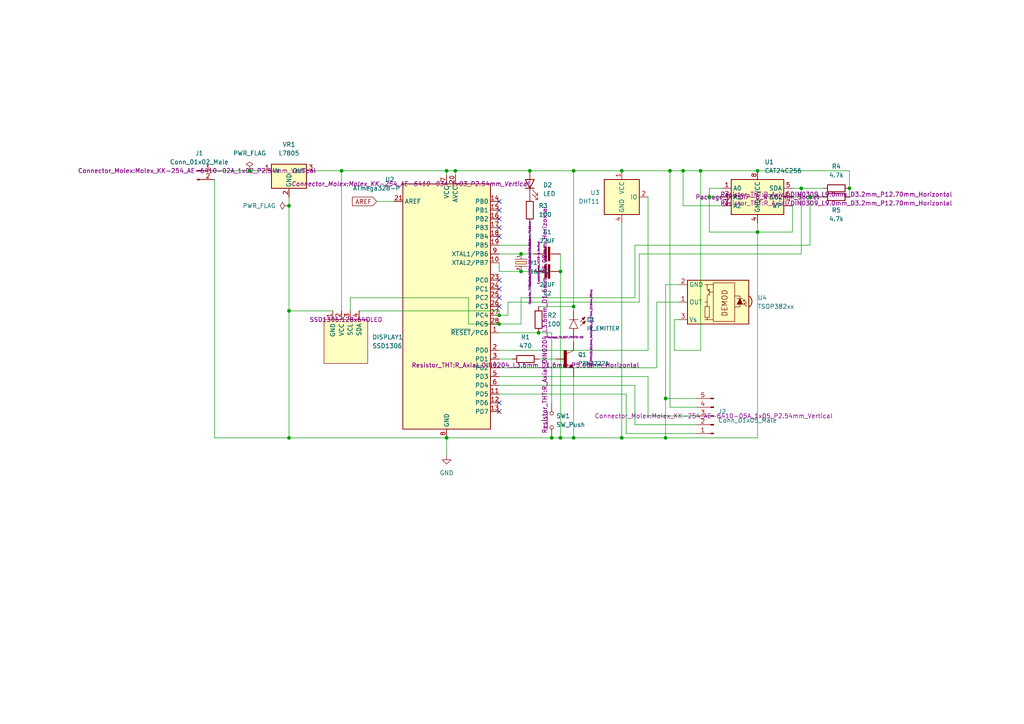
<source format=kicad_sch>
(kicad_sch (version 20211123) (generator eeschema)
  (paper "A4")
  (lib_symbols
    (symbol "Connector:Conn_01x02_Male" (pin_names (offset 1.016) hide)
      (property "Reference" "J" (at 0 2.54 0))
      (property "Value" "Conn_01x02_Male" (at 0 -5.08 0))
      (symbol "Conn_01x02_Male_1_1"
        (polyline (pts (xy 1.27 -2.54) (xy 0.8636 -2.54)) (stroke (width 0.1524)))
        (polyline (pts (xy 1.27 0) (xy 0.8636 0)) (stroke (width 0.1524)))
        (rectangle (start 0.8636 -2.413) (end 0 -2.667) (stroke (width 0.1524)) (fill (type outline)))
        (rectangle (start 0.8636 0.127) (end 0 -0.127) (stroke (width 0.1524)) (fill (type outline)))
        (pin passive line (at 5.08 0 180) (length 3.81) (name "Pin_1") (number "1"))
        (pin passive line (at 5.08 -2.54 180) (length 3.81) (name "Pin_2") (number "2"))
      )
    )
    (symbol "Connector:Conn_01x05_Male" (pin_names (offset 1.016) hide)
      (property "Reference" "J" (at 0 7.62 0))
      (property "Value" "Conn_01x05_Male" (at 0 -7.62 0))
      (symbol "Conn_01x05_Male_1_1"
        (polyline (pts (xy 1.27 -5.08) (xy 0.8636 -5.08)) (stroke (width 0.1524)))
        (polyline (pts (xy 1.27 -2.54) (xy 0.8636 -2.54)) (stroke (width 0.1524)))
        (polyline (pts (xy 1.27 0) (xy 0.8636 0)) (stroke (width 0.1524)))
        (polyline (pts (xy 1.27 2.54) (xy 0.8636 2.54)) (stroke (width 0.1524)))
        (polyline (pts (xy 1.27 5.08) (xy 0.8636 5.08)) (stroke (width 0.1524)))
        (rectangle (start 0.8636 -4.953) (end 0 -5.207) (stroke (width 0.1524)) (fill (type outline)))
        (rectangle (start 0.8636 -2.413) (end 0 -2.667) (stroke (width 0.1524)) (fill (type outline)))
        (rectangle (start 0.8636 0.127) (end 0 -0.127) (stroke (width 0.1524)) (fill (type outline)))
        (rectangle (start 0.8636 2.667) (end 0 2.413) (stroke (width 0.1524)) (fill (type outline)))
        (rectangle (start 0.8636 5.207) (end 0 4.953) (stroke (width 0.1524)) (fill (type outline)))
        (pin passive line (at 5.08 5.08 180) (length 3.81) (name "Pin_1") (number "1"))
        (pin passive line (at 5.08 2.54 180) (length 3.81) (name "Pin_2") (number "2"))
        (pin passive line (at 5.08 0 180) (length 3.81) (name "Pin_3") (number "3"))
        (pin passive line (at 5.08 -2.54 180) (length 3.81) (name "Pin_4") (number "4"))
        (pin passive line (at 5.08 -5.08 180) (length 3.81) (name "Pin_5") (number "5"))
      )
    )
    (symbol "Device:LED" (pin_numbers hide) (pin_names (offset 1.016) hide)
      (property "Reference" "D" (at 0 2.54 0))
      (property "Value" "LED" (at 0 -2.54 0))
      (symbol "LED_0_1"
        (polyline (pts (xy -1.27 -1.27) (xy -1.27 1.27)) (stroke (width 0.254)))
        (polyline (pts (xy -1.27 0) (xy 1.27 0)))
        (polyline (pts (xy 1.27 -1.27) (xy 1.27 1.27) (xy -1.27 0) (xy 1.27 -1.27)) (stroke (width 0.254)))
        (polyline (pts (xy -3.048 -0.762) (xy -4.572 -2.286) (xy -3.81 -2.286) (xy -4.572 -2.286) (xy -4.572 -1.524)))
        (polyline (pts (xy -1.778 -0.762) (xy -3.302 -2.286) (xy -2.54 -2.286) (xy -3.302 -2.286) (xy -3.302 -1.524)))
      )
      (symbol "LED_1_1"
        (pin passive line (at -3.81 0 0) (length 2.54) (name "K") (number "1"))
        (pin passive line (at 3.81 0 180) (length 2.54) (name "A") (number "2"))
      )
    )
    (symbol "Device:R" (pin_numbers hide) (pin_names (offset 0))
      (property "Reference" "R" (at 2.032 0 90))
      (property "Value" "R" (at 0 0 90))
      (symbol "R_0_1"
        (rectangle (start -1.016 -2.54) (end 1.016 2.54) (stroke (width 0.254)))
      )
      (symbol "R_1_1"
        (pin passive line (at 0 3.81 270) (length 1.27) (name "~") (number "1"))
        (pin passive line (at 0 -3.81 90) (length 1.27) (name "~") (number "2"))
      )
    )
    (symbol "Interface_Optical:TSOP382xx"
      (property "Reference" "U" (at -10.16 7.62 0))
      (property "Value" "TSOP382xx" (at -10.16 -7.62 0))
      (symbol "TSOP382xx_0_0"
        (arc (start -10.287 1.397) (mid -11.0899 -0.1852) (end -10.287 -1.778) (stroke (width 0.254)) (fill (type background)))
        (polyline (pts (xy 1.905 -5.08) (xy 0.127 -5.08)))
        (polyline (pts (xy 1.905 5.08) (xy 0.127 5.08)))
        (text "DEMOD" (at -3.175 0.254 900) (effects (font (size 1.524 1.524))))
      )
      (symbol "TSOP382xx_0_1"
        (rectangle (start -6.096 5.588) (end 0.127 -5.588))
        (polyline (pts (xy -8.763 0.381) (xy -9.652 1.27)))
        (polyline (pts (xy -8.763 0.381) (xy -9.271 0.381)))
        (polyline (pts (xy -8.763 0.381) (xy -8.763 0.889)))
        (polyline (pts (xy -8.636 -0.635) (xy -9.525 0.254)))
        (polyline (pts (xy -8.636 -0.635) (xy -9.144 -0.635)))
        (polyline (pts (xy -8.636 -0.635) (xy -8.636 -0.127)))
        (polyline (pts (xy -8.382 -1.016) (xy -6.731 -1.016)))
        (polyline (pts (xy 1.27 -2.921) (xy 0.127 -2.921)))
        (polyline (pts (xy 1.27 -1.905) (xy 1.27 -3.81)))
        (polyline (pts (xy 1.397 -3.556) (xy 1.524 -3.556)))
        (polyline (pts (xy 1.651 -3.556) (xy 1.524 -3.556)))
        (polyline (pts (xy 1.651 -3.556) (xy 1.651 -3.302)))
        (polyline (pts (xy 1.905 0) (xy 1.905 1.27)))
        (polyline (pts (xy 1.905 4.445) (xy 1.905 5.08) (xy 2.54 5.08)))
        (polyline (pts (xy -8.382 0.635) (xy -6.731 0.635) (xy -7.62 -1.016) (xy -8.382 0.635)) (fill (type outline)))
        (polyline (pts (xy -6.096 1.397) (xy -7.62 1.397) (xy -7.62 -1.778) (xy -6.096 -1.778)))
        (polyline (pts (xy 1.27 -3.175) (xy 1.905 -3.81) (xy 1.905 -5.08) (xy 2.54 -5.08)))
        (polyline (pts (xy 1.27 -2.54) (xy 1.905 -1.905) (xy 1.905 0) (xy 2.54 0)))
        (rectangle (start 2.54 1.27) (end 1.27 4.445))
        (rectangle (start 7.62 6.35) (end -10.16 -6.35) (stroke (width 0.254)) (fill (type background)))
      )
      (symbol "TSOP382xx_1_1"
        (pin output line (at 10.16 0 180) (length 2.54) (name "OUT") (number "1"))
        (pin power_in line (at 10.16 -5.08 180) (length 2.54) (name "GND") (number "2"))
        (pin power_in line (at 10.16 5.08 180) (length 2.54) (name "Vs") (number "3"))
      )
    )
    (symbol "MCU_Microchip_ATmega:ATmega328-P"
      (property "Reference" "U" (at -12.7 36.83 0))
      (property "Value" "ATmega328-P" (at 2.54 -36.83 0))
      (symbol "ATmega328-P_0_1"
        (rectangle (start -12.7 -35.56) (end 12.7 35.56) (stroke (width 0.254)) (fill (type background)))
      )
      (symbol "ATmega328-P_1_1"
        (pin bidirectional line (at 15.24 -7.62 180) (length 2.54) (name "~{RESET}/PC6") (number "1"))
        (pin bidirectional line (at 15.24 12.7 180) (length 2.54) (name "XTAL2/PB7") (number "10"))
        (pin bidirectional line (at 15.24 -25.4 180) (length 2.54) (name "PD5") (number "11"))
        (pin bidirectional line (at 15.24 -27.94 180) (length 2.54) (name "PD6") (number "12"))
        (pin bidirectional line (at 15.24 -30.48 180) (length 2.54) (name "PD7") (number "13"))
        (pin bidirectional line (at 15.24 30.48 180) (length 2.54) (name "PB0") (number "14"))
        (pin bidirectional line (at 15.24 27.94 180) (length 2.54) (name "PB1") (number "15"))
        (pin bidirectional line (at 15.24 25.4 180) (length 2.54) (name "PB2") (number "16"))
        (pin bidirectional line (at 15.24 22.86 180) (length 2.54) (name "PB3") (number "17"))
        (pin bidirectional line (at 15.24 20.32 180) (length 2.54) (name "PB4") (number "18"))
        (pin bidirectional line (at 15.24 17.78 180) (length 2.54) (name "PB5") (number "19"))
        (pin bidirectional line (at 15.24 -12.7 180) (length 2.54) (name "PD0") (number "2"))
        (pin power_in line (at 2.54 38.1 270) (length 2.54) (name "AVCC") (number "20"))
        (pin passive line (at -15.24 30.48 0) (length 2.54) (name "AREF") (number "21"))
        (pin passive line (at 0 -38.1 90) (length 2.54) hide (name "GND") (number "22"))
        (pin bidirectional line (at 15.24 7.62 180) (length 2.54) (name "PC0") (number "23"))
        (pin bidirectional line (at 15.24 5.08 180) (length 2.54) (name "PC1") (number "24"))
        (pin bidirectional line (at 15.24 2.54 180) (length 2.54) (name "PC2") (number "25"))
        (pin bidirectional line (at 15.24 0 180) (length 2.54) (name "PC3") (number "26"))
        (pin bidirectional line (at 15.24 -2.54 180) (length 2.54) (name "PC4") (number "27"))
        (pin bidirectional line (at 15.24 -5.08 180) (length 2.54) (name "PC5") (number "28"))
        (pin bidirectional line (at 15.24 -15.24 180) (length 2.54) (name "PD1") (number "3"))
        (pin bidirectional line (at 15.24 -17.78 180) (length 2.54) (name "PD2") (number "4"))
        (pin bidirectional line (at 15.24 -20.32 180) (length 2.54) (name "PD3") (number "5"))
        (pin bidirectional line (at 15.24 -22.86 180) (length 2.54) (name "PD4") (number "6"))
        (pin power_in line (at 0 38.1 270) (length 2.54) (name "VCC") (number "7"))
        (pin power_in line (at 0 -38.1 90) (length 2.54) (name "GND") (number "8"))
        (pin bidirectional line (at 15.24 15.24 180) (length 2.54) (name "XTAL1/PB6") (number "9"))
      )
    )
    (symbol "Memory_EEPROM:CAT24C256"
      (property "Reference" "U" (at -6.35 6.35 0))
      (property "Value" "CAT24C256" (at 1.27 6.35 0))
      (symbol "CAT24C256_1_1"
        (rectangle (start -7.62 5.08) (end 7.62 -5.08) (stroke (width 0.254)) (fill (type background)))
        (pin input line (at -10.16 2.54 0) (length 2.54) (name "A0") (number "1"))
        (pin input line (at -10.16 0 0) (length 2.54) (name "A1") (number "2"))
        (pin input line (at -10.16 -2.54 0) (length 2.54) (name "A2") (number "3"))
        (pin power_in line (at 0 -7.62 90) (length 2.54) (name "GND") (number "4"))
        (pin bidirectional line (at 10.16 2.54 180) (length 2.54) (name "SDA") (number "5"))
        (pin input line (at 10.16 0 180) (length 2.54) (name "SCL") (number "6"))
        (pin input line (at 10.16 -2.54 180) (length 2.54) (name "WP") (number "7"))
        (pin power_in line (at 0 7.62 270) (length 2.54) (name "VCC") (number "8"))
      )
    )
    (symbol "Regulator_Linear:L7805" (pin_names (offset 0.254))
      (property "Reference" "U" (at -3.81 3.175 0))
      (property "Value" "L7805" (at 0 3.175 0))
      (symbol "L7805_0_1"
        (rectangle (start -5.08 1.905) (end 5.08 -5.08) (stroke (width 0.254)) (fill (type background)))
      )
      (symbol "L7805_1_1"
        (pin power_in line (at -7.62 0 0) (length 2.54) (name "IN") (number "1"))
        (pin power_in line (at 0 -7.62 90) (length 2.54) (name "GND") (number "2"))
        (pin power_out line (at 7.62 0 180) (length 2.54) (name "OUT") (number "3"))
      )
    )
    (symbol "SSD1306-128x64_OLED:SSD1306" (pin_names (offset 1.016))
      (property "Reference" "Brd" (at 0 -3.81 0))
      (property "Value" "SSD1306" (at 0 -1.27 0))
      (symbol "SSD1306_0_1"
        (rectangle (start -6.35 6.35) (end 6.35 -6.35) (fill (type background)))
      )
      (symbol "SSD1306_1_1"
        (pin input line (at -3.81 8.89 270) (length 2.54) (name "GND") (number "1"))
        (pin input line (at -1.27 8.89 270) (length 2.54) (name "VCC") (number "2"))
        (pin input line (at 1.27 8.89 270) (length 2.54) (name "SCL") (number "3"))
        (pin input line (at 3.81 8.89 270) (length 2.54) (name "SDA") (number "4"))
      )
    )
    (symbol "Sensor:DHT11"
      (property "Reference" "U" (at -3.81 6.35 0))
      (property "Value" "DHT11" (at 3.81 6.35 0))
      (symbol "DHT11_0_1"
        (rectangle (start -5.08 5.08) (end 5.08 -5.08) (stroke (width 0.254)) (fill (type background)))
      )
      (symbol "DHT11_1_1"
        (pin power_in line (at 0 7.62 270) (length 2.54) (name "VCC") (number "1"))
        (pin bidirectional line (at 7.62 0 180) (length 2.54) (name "IO") (number "2"))
        (pin no_connect line (at -5.08 0 0) (length 2.54) hide (name "NC") (number "3"))
        (pin power_in line (at 0 -7.62 90) (length 2.54) (name "GND") (number "4"))
      )
    )
    (symbol "SparkFun-Capacitors:22UF-0805-6.3V-20%" (pin_numbers hide) (pin_names (offset 1.016) hide)
      (property "Reference" "C" (at 1.524 2.921 0))
      (property "Value" "22UF-0805-6.3V-20%" (at 1.524 -2.159 0))
      (property "Field4" "CAP-08402" (at 0 7.62 0))
      (symbol "22UF-0805-6.3V-20%_1_0"
        (polyline (pts (xy 0 0) (xy 0 0.508)))
        (polyline (pts (xy 0 2.54) (xy 0 2.032)))
      )
      (symbol "22UF-0805-6.3V-20%_1_1"
        (rectangle (start -2.032 0.508) (end 2.032 1.016) (fill (type outline)))
        (rectangle (start -2.032 1.524) (end 2.032 2.032) (fill (type outline)))
        (pin passive line (at 0 5.08 270) (length 2.54) (name "1") (number "1"))
        (pin passive line (at 0 -2.54 90) (length 2.54) (name "2") (number "2"))
      )
    )
    (symbol "SparkFun-Clocks:CRYSTAL-16MHZPTH-HC49US" (pin_numbers hide) (pin_names (offset 1.016) hide)
      (property "Reference" "Y" (at 0 2.54 0))
      (property "Value" "CRYSTAL-16MHZPTH-HC49US" (at 0 -3.81 0))
      (property "Field4" "XTAL-08181" (at 0 6.35 0))
      (symbol "CRYSTAL-16MHZPTH-HC49US_1_0"
        (polyline (pts (xy -2.54 0) (xy -1.016 0)))
        (polyline (pts (xy -1.016 1.778) (xy -1.016 -1.778)))
        (polyline (pts (xy 1.016 0) (xy 2.54 0)))
        (polyline (pts (xy 1.016 1.778) (xy 1.016 -1.778)))
        (text "1" (at -1.8288 -0.7874 0) (effects (font (size 0.6858 0.6858))))
        (text "2" (at 1.8542 -0.7874 0) (effects (font (size 0.6858 0.6858))))
      )
      (symbol "CRYSTAL-16MHZPTH-HC49US_1_1"
        (polyline (pts (xy -0.381 1.524) (xy -0.381 -1.524) (xy 0.381 -1.524) (xy 0.381 1.524) (xy -0.381 1.524)) (fill (type background)))
        (pin passive line (at -2.54 0 0) (length 0) (name "1") (number "1"))
        (pin passive line (at 2.54 0 180) (length 0) (name "2") (number "2"))
      )
    )
    (symbol "SparkFun-DiscreteSemi:TRANS_NPN-P2N2222A" (pin_numbers hide) (pin_names (offset 1.016) hide)
      (property "Reference" "Q" (at 3.81 3.81 0))
      (property "Value" "TRANS_NPN-P2N2222A" (at 3.81 -5.08 0))
      (property "Field4" "TRANS-09536" (at 0 7.62 0))
      (symbol "TRANS_NPN-P2N2222A_1_0"
        (polyline (pts (xy 1.524 -2.032) (xy 0.3048 -1.4224)))
        (polyline (pts (xy 2.54 2.54) (xy 0.508 1.524)))
      )
      (symbol "TRANS_NPN-P2N2222A_1_1"
        (rectangle (start -0.254 -2.54) (end 0.508 2.54) (fill (type outline)))
        (polyline (pts (xy 1.778 -1.524) (xy 2.54 -2.54) (xy 1.27 -2.54) (xy 1.778 -1.524)) (fill (type outline)))
        (pin passive line (at 2.54 5.08 270) (length 2.54) (name "C") (number "1"))
        (pin passive line (at -2.54 0 0) (length 2.54) (name "B") (number "2"))
        (pin passive line (at 2.54 -5.08 90) (length 2.54) (name "E") (number "3"))
      )
    )
    (symbol "SparkFun-LED:LED-IRSIDE_EMITTER" (pin_numbers hide) (pin_names (offset 1.016) hide)
      (property "Reference" "D" (at -1.27 -6.35 90))
      (property "Value" "LED-IRSIDE_EMITTER" (at 3.81 -6.35 90))
      (property "Field4" "DIO-10904" (at -6.35 0 90))
      (symbol "LED-IRSIDE_EMITTER_1_0"
        (polyline (pts (xy -2.032 -0.762) (xy -3.429 -2.159)))
        (polyline (pts (xy -1.905 -1.905) (xy -3.302 -3.302)))
        (polyline (pts (xy 0 -2.54) (xy -1.27 -2.54)))
        (polyline (pts (xy 0 -2.54) (xy -1.27 0)))
        (polyline (pts (xy 1.27 -2.54) (xy 0 -2.54)))
        (polyline (pts (xy 1.27 0) (xy -1.27 0)))
        (polyline (pts (xy 1.27 0) (xy 0 -2.54)))
      )
      (symbol "LED-IRSIDE_EMITTER_1_1"
        (polyline (pts (xy -3.429 -2.159) (xy -3.048 -1.27) (xy -3.048 -1.27) (xy -2.54 -1.778) (xy -2.54 -1.778) (xy -3.429 -2.159)) (fill (type outline)))
        (polyline (pts (xy -3.302 -3.302) (xy -2.921 -2.413) (xy -2.921 -2.413) (xy -2.413 -2.921) (xy -2.413 -2.921) (xy -3.302 -3.302)) (fill (type outline)))
        (pin passive line (at 0 2.54 270) (length 2.54) (name "A") (number "A"))
        (pin passive line (at 0 -5.08 90) (length 2.54) (name "C") (number "C"))
      )
    )
    (symbol "Switch:SW_Push" (pin_numbers hide) (pin_names (offset 1.016) hide)
      (property "Reference" "SW" (at 1.27 2.54 0))
      (property "Value" "SW_Push" (at 0 -1.524 0))
      (symbol "SW_Push_0_1"
        (circle (center -2.032 0) (radius 0.508))
        (polyline (pts (xy 0 1.27) (xy 0 3.048)))
        (polyline (pts (xy 2.54 1.27) (xy -2.54 1.27)))
        (circle (center 2.032 0) (radius 0.508))
        (pin passive line (at -5.08 0 0) (length 2.54) (name "1") (number "1"))
        (pin passive line (at 5.08 0 180) (length 2.54) (name "2") (number "2"))
      )
    )
    (symbol "power:GND" (power) (pin_names (offset 0))
      (property "Value" "GND" (at 0 -3.81 0))
      (symbol "GND_0_1"
        (polyline (pts (xy 0 0) (xy 0 -1.27) (xy 1.27 -1.27) (xy 0 -2.54) (xy -1.27 -1.27) (xy 0 -1.27)))
      )
      (symbol "GND_1_1"
        (pin power_in line (at 0 0 270) (length 0) hide (name "GND") (number "1"))
      )
    )
    (symbol "power:PWR_FLAG" (power) (pin_numbers hide) (pin_names (offset 0) hide)
      (property "Value" "PWR_FLAG" (at 0 3.81 0))
      (symbol "PWR_FLAG_0_0"
        (pin power_out line (at 0 0 90) (length 0) (name "pwr") (number "1"))
      )
      (symbol "PWR_FLAG_0_1"
        (polyline (pts (xy 0 0) (xy 0 1.27) (xy -1.016 1.905) (xy 0 2.54) (xy 1.016 1.905) (xy 0 1.27)))
      )
    )
  )
  (junction (at 151.13 73.66))
  (junction (at 232.41 54.61))
  (junction (at 144.78 91.44))
  (junction (at 83.82 127))
  (junction (at 162.56 127))
  (junction (at 193.04 127))
  (junction (at 129.54 127))
  (junction (at 83.82 90.17))
  (junction (at 180.34 127))
  (junction (at 166.37 49.53))
  (junction (at 166.37 88.9))
  (junction (at 193.04 115.57))
  (junction (at 151.13 78.74))
  (junction (at 219.71 67.31))
  (junction (at 144.78 93.98))
  (junction (at 246.38 54.61))
  (junction (at 219.71 49.53))
  (junction (at 156.21 96.52))
  (junction (at 99.06 49.53))
  (junction (at 162.56 78.74))
  (junction (at 153.67 49.53))
  (junction (at 132.08 49.53))
  (junction (at 83.82 59.69))
  (junction (at 180.34 49.53))
  (junction (at 72.39 49.53))
  (junction (at 234.95 57.15))
  (junction (at 198.12 49.53))
  (junction (at 205.74 57.15))
  (junction (at 166.37 127))
  (junction (at 160.02 127))
  (junction (at 203.2 49.53))
  (junction (at 129.54 49.53))
  (junction (at 194.31 49.53))
  (no_connect (at 144.78 86.36))
  (no_connect (at 144.78 88.9))
  (no_connect (at 144.78 58.42))
  (no_connect (at 144.78 60.96))
  (no_connect (at 144.78 68.58))
  (no_connect (at 144.78 63.5))
  (no_connect (at 144.78 66.04))
  (no_connect (at 144.78 81.28))
  (no_connect (at 144.78 119.38))
  (no_connect (at 144.78 116.84))
  (no_connect (at 144.78 83.82))
  (wire (pts (xy 193.04 82.55) (xy 196.85 82.55)))
  (wire (pts (xy 162.56 78.74) (xy 162.56 127)))
  (wire (pts (xy 151.13 93.98) (xy 151.13 86.36)))
  (wire (pts (xy 144.78 104.14) (xy 148.59 104.14)))
  (wire (pts (xy 160.02 96.52) (xy 156.21 96.52)))
  (wire (pts (xy 162.56 127) (xy 166.37 127)))
  (wire (pts (xy 232.41 73.66) (xy 185.42 73.66)))
  (wire (pts (xy 129.54 127) (xy 160.02 127)))
  (wire (pts (xy 180.34 64.77) (xy 180.34 127)))
  (wire (pts (xy 83.82 90.17) (xy 83.82 127)))
  (wire (pts (xy 144.78 76.2) (xy 144.78 78.74)))
  (wire (pts (xy 180.34 49.53) (xy 166.37 49.53)))
  (wire (pts (xy 219.71 49.53) (xy 203.2 49.53)))
  (wire (pts (xy 219.71 67.31) (xy 219.71 127)))
  (wire (pts (xy 229.87 57.15) (xy 234.95 57.15)))
  (wire (pts (xy 194.31 118.11) (xy 194.31 49.53)))
  (wire (pts (xy 135.89 86.36) (xy 135.89 93.98)))
  (wire (pts (xy 144.78 71.12) (xy 153.67 71.12)))
  (wire (pts (xy 151.13 86.36) (xy 184.15 86.36)))
  (wire (pts (xy 203.2 49.53) (xy 198.12 49.53)))
  (wire (pts (xy 144.78 93.98) (xy 151.13 93.98)))
  (wire (pts (xy 193.04 127) (xy 180.34 127)))
  (wire (pts (xy 144.78 111.76) (xy 184.15 111.76)))
  (wire (pts (xy 135.89 93.98) (xy 144.78 93.98)))
  (wire (pts (xy 109.22 58.42) (xy 114.3 58.42)))
  (wire (pts (xy 198.12 59.69) (xy 198.12 49.53)))
  (wire (pts (xy 83.82 57.15) (xy 83.82 59.69)))
  (wire (pts (xy 62.23 127) (xy 83.82 127)))
  (wire (pts (xy 166.37 109.22) (xy 166.37 127)))
  (wire (pts (xy 184.15 123.19) (xy 201.93 123.19)))
  (wire (pts (xy 205.74 67.31) (xy 219.71 67.31)))
  (wire (pts (xy 166.37 88.9) (xy 166.37 90.17)))
  (wire (pts (xy 187.96 57.15) (xy 187.96 101.6)))
  (wire (pts (xy 232.41 54.61) (xy 232.41 73.66)))
  (wire (pts (xy 154.94 78.74) (xy 151.13 78.74)))
  (wire (pts (xy 185.42 73.66) (xy 185.42 87.63)))
  (wire (pts (xy 234.95 57.15) (xy 238.76 57.15)))
  (wire (pts (xy 91.44 49.53) (xy 99.06 49.53)))
  (wire (pts (xy 234.95 71.12) (xy 234.95 57.15)))
  (wire (pts (xy 132.08 49.53) (xy 132.08 50.8)))
  (wire (pts (xy 187.96 109.22) (xy 187.96 120.65)))
  (wire (pts (xy 156.21 104.14) (xy 161.29 104.14)))
  (wire (pts (xy 83.82 90.17) (xy 96.52 90.17)))
  (wire (pts (xy 162.56 73.66) (xy 162.56 78.74)))
  (wire (pts (xy 209.55 54.61) (xy 205.74 54.61)))
  (wire (pts (xy 62.23 52.07) (xy 62.23 127)))
  (wire (pts (xy 83.82 127) (xy 129.54 127)))
  (wire (pts (xy 246.38 49.53) (xy 219.71 49.53)))
  (wire (pts (xy 209.55 59.69) (xy 198.12 59.69)))
  (wire (pts (xy 181.61 114.3) (xy 181.61 125.73)))
  (wire (pts (xy 153.67 71.12) (xy 153.67 64.77)))
  (wire (pts (xy 62.23 49.53) (xy 72.39 49.53)))
  (wire (pts (xy 229.87 59.69) (xy 229.87 67.31)))
  (wire (pts (xy 101.6 86.36) (xy 135.89 86.36)))
  (wire (pts (xy 195.58 92.71) (xy 195.58 101.6)))
  (wire (pts (xy 187.96 101.6) (xy 144.78 101.6)))
  (wire (pts (xy 203.2 101.6) (xy 203.2 49.53)))
  (wire (pts (xy 72.39 49.53) (xy 76.2 49.53)))
  (wire (pts (xy 156.21 88.9) (xy 166.37 88.9)))
  (wire (pts (xy 160.02 127) (xy 162.56 127)))
  (wire (pts (xy 193.04 115.57) (xy 193.04 127)))
  (wire (pts (xy 184.15 71.12) (xy 234.95 71.12)))
  (wire (pts (xy 147.32 87.63) (xy 147.32 91.44)))
  (wire (pts (xy 195.58 101.6) (xy 203.2 101.6)))
  (wire (pts (xy 194.31 49.53) (xy 180.34 49.53)))
  (wire (pts (xy 190.5 87.63) (xy 196.85 87.63)))
  (wire (pts (xy 166.37 49.53) (xy 166.37 88.9)))
  (wire (pts (xy 129.54 49.53) (xy 129.54 50.8)))
  (wire (pts (xy 219.71 64.77) (xy 219.71 67.31)))
  (wire (pts (xy 144.78 78.74) (xy 151.13 78.74)))
  (wire (pts (xy 101.6 90.17) (xy 101.6 86.36)))
  (wire (pts (xy 160.02 116.84) (xy 160.02 96.52)))
  (wire (pts (xy 153.67 49.53) (xy 166.37 49.53)))
  (wire (pts (xy 232.41 54.61) (xy 238.76 54.61)))
  (wire (pts (xy 132.08 49.53) (xy 129.54 49.53)))
  (wire (pts (xy 190.5 87.63) (xy 190.5 106.68)))
  (wire (pts (xy 205.74 54.61) (xy 205.74 57.15)))
  (wire (pts (xy 166.37 97.79) (xy 166.37 99.06)))
  (wire (pts (xy 99.06 49.53) (xy 99.06 90.17)))
  (wire (pts (xy 201.93 115.57) (xy 193.04 115.57)))
  (wire (pts (xy 229.87 54.61) (xy 232.41 54.61)))
  (wire (pts (xy 144.78 109.22) (xy 187.96 109.22)))
  (wire (pts (xy 219.71 127) (xy 193.04 127)))
  (wire (pts (xy 147.32 91.44) (xy 144.78 91.44)))
  (wire (pts (xy 246.38 54.61) (xy 246.38 49.53)))
  (wire (pts (xy 83.82 59.69) (xy 83.82 90.17)))
  (wire (pts (xy 201.93 118.11) (xy 194.31 118.11)))
  (wire (pts (xy 129.54 127) (xy 129.54 132.08)))
  (wire (pts (xy 144.78 73.66) (xy 151.13 73.66)))
  (wire (pts (xy 185.42 87.63) (xy 147.32 87.63)))
  (wire (pts (xy 166.37 127) (xy 180.34 127)))
  (wire (pts (xy 187.96 120.65) (xy 201.93 120.65)))
  (wire (pts (xy 184.15 86.36) (xy 184.15 71.12)))
  (wire (pts (xy 144.78 96.52) (xy 156.21 96.52)))
  (wire (pts (xy 198.12 49.53) (xy 194.31 49.53)))
  (wire (pts (xy 144.78 90.17) (xy 144.78 91.44)))
  (wire (pts (xy 205.74 57.15) (xy 205.74 67.31)))
  (wire (pts (xy 181.61 125.73) (xy 201.93 125.73)))
  (wire (pts (xy 195.58 92.71) (xy 196.85 92.71)))
  (wire (pts (xy 184.15 111.76) (xy 184.15 123.19)))
  (wire (pts (xy 144.78 114.3) (xy 181.61 114.3)))
  (wire (pts (xy 229.87 67.31) (xy 219.71 67.31)))
  (wire (pts (xy 209.55 57.15) (xy 205.74 57.15)))
  (wire (pts (xy 193.04 82.55) (xy 193.04 115.57)))
  (wire (pts (xy 104.14 90.17) (xy 144.78 90.17)))
  (wire (pts (xy 190.5 106.68) (xy 144.78 106.68)))
  (wire (pts (xy 246.38 54.61) (xy 246.38 57.15)))
  (wire (pts (xy 151.13 73.66) (xy 154.94 73.66)))
  (wire (pts (xy 132.08 49.53) (xy 153.67 49.53)))
  (wire (pts (xy 99.06 49.53) (xy 129.54 49.53)))
  (global_label "AREF" (shape input) (at 109.22 58.42 180) (property "Intersheet References" "${INTERSHEET_REFS}" (effects hide)))
  (symbol (lib_id "SSD1306-128x64_OLED:SSD1306") (at 100.33 99.06 0) (unit 1)
    (property "Reference" "DISPLAY1" (at 107.95 97.7899 0) (effects (justify left)))
    (property "Value" "SSD1306" (at 107.95 100.3299 0) (effects (justify left)))
    (property "Footprint" "SSD1306:128x64OLED" (at 100.33 92.71 0))
  )
  (symbol (lib_id "Sensor:DHT11") (at 180.34 57.15 0) (unit 1)
    (property "Reference" "U3" (at 173.99 55.8799 0) (effects (justify right)))
    (property "Value" "DHT11" (at 173.99 58.4199 0) (effects (justify right)))
    (property "Footprint" "Sensor:Aosong_DHT11_5.5x12.0_P2.54mm" (effects hide))
    (property "Datasheet" "http://akizukidenshi.com/download/ds/aosong/DHT11.pdf" (effects hide))
  )
  (symbol (lib_id "Device:LED") (at 153.67 53.34 90) (unit 1)
    (property "Reference" "D2" (at 157.48 53.6574 90) (effects (justify right)))
    (property "Value" "LED" (at 157.48 56.1974 90) (effects (justify right)))
    (property "Footprint" "LED_THT:LED_D1.8mm_W1.8mm_H2.4mm_Horizontal_O1.27mm_Z1.6mm" (effects hide))
  )
  (symbol (lib_id "Device:R") (at 242.57 54.61 90) (unit 1)
    (property "Reference" "R4" (at 242.57 48.26 90))
    (property "Value" "4.7k" (at 242.57 50.8 90))
    (property "Footprint" "Resistor_THT:R_Axial_DIN0309_L9.0mm_D3.2mm_P12.70mm_Horizontal" (at 242.57 56.388 90))
  )
  (symbol (lib_id "Device:R") (at 242.57 57.15 90) (unit 1)
    (property "Reference" "R5" (at 242.57 60.96 90))
    (property "Value" "4.7k" (at 242.57 63.5 90))
    (property "Footprint" "Resistor_THT:R_Axial_DIN0309_L9.0mm_D3.2mm_P12.70mm_Horizontal" (at 242.57 58.928 90))
  )
  (symbol (lib_id "SparkFun-DiscreteSemi:TRANS_NPN-P2N2222A") (at 163.83 104.14 0) (unit 1)
    (property "Reference" "Q1" (at 167.64 102.87 0) (effects (font (size 1.143 1.143)) (justify left)))
    (property "Value" "P2N2222A" (at 167.64 105.41 0) (effects (font (size 1.143 1.143)) (justify left)))
    (property "Footprint" "Package_TO_SOT_THT:TO-92" (at 163.83 97.79 0) (effects (font (size 0.508 0.508))))
    (property "Field4" "TRANS-09536" (effects hide))
  )
  (symbol (lib_id "Device:R") (at 156.21 92.71 180) (unit 1)
    (property "Reference" "R2" (at 158.75 91.4399 0) (effects (justify right)))
    (property "Value" "100" (at 158.75 93.9799 0) (effects (justify right)))
    (property "Footprint" "Resistor_THT:R_Axial_DIN0204_L3.6mm_D1.6mm_P5.08mm_Horizontal" (at 157.988 92.71 90))
  )
  (symbol (lib_id "SparkFun-LED:LED-IRSIDE_EMITTER") (at 166.37 95.25 180) (unit 1)
    (property "Reference" "D1" (at 170.18 92.71 0) (effects (font (size 1.143 1.143)) (justify right)))
    (property "Value" "IR_EMITTER" (at 170.18 95.25 0) (effects (font (size 1.143 1.143)) (justify right)))
    (property "Footprint" "LED_THT:LED_D3.0mm_Horizontal_O1.27mm_Z2.0mm_IRGrey" (at 171.45 95.25 90) (effects (font (size 0.508 0.508))))
    (property "Field4" "DIO-10904" (effects hide))
  )
  (symbol (lib_id "Connector:Conn_01x05_Male") (at 207.01 120.65 180) (unit 1)
    (property "Reference" "J2" (at 208.28 119.3799 0) (effects (justify right)))
    (property "Value" "Conn_01x05_Male" (at 208.28 121.9199 0) (effects (justify right)))
    (property "Footprint" "Connector_Molex:Molex_KK-254_AE-6410-05A_1x05_P2.54mm_Vertical" (at 207.01 120.65 0))
  )
  (symbol (lib_id "SparkFun-Capacitors:22UF-0805-6.3V-20%") (at 160.02 73.66 90) (unit 1)
    (property "Reference" "C1" (at 158.75 67.31 90) (effects (font (size 1.143 1.143))))
    (property "Value" "22UF" (at 158.75 69.85 90) (effects (font (size 1.143 1.143))))
    (property "Footprint" "Capacitor_THT:C_Disc_D4.7mm_W2.5mm_P5.00mm" (at 153.67 73.66 0) (effects (font (size 0.508 0.508))))
  )
  (symbol (lib_id "Device:R") (at 153.67 60.96 0) (unit 1)
    (property "Reference" "R3" (at 156.21 59.6899 0) (effects (justify left)))
    (property "Value" "100" (at 156.21 62.2299 0) (effects (justify left)))
    (property "Footprint" "Resistor_THT:R_Axial_DIN0207_L6.3mm_D2.5mm_P10.16mm_Horizontal" (effects hide))
  )
  (symbol (lib_id "power:GND") (at 129.54 132.08 0) (unit 1)
    (property "Reference" "#PWR01" (effects hide))
    (property "Value" "GND" (at 129.54 137.16 0))
  )
  (symbol (lib_id "power:PWR_FLAG") (at 72.39 49.53 0) (unit 1)
    (property "Reference" "#FLG0101" (effects hide))
    (property "Value" "PWR_FLAG" (at 72.39 44.45 0))
  )
  (symbol (lib_id "Switch:SW_Push") (at 160.02 121.92 90) (unit 1)
    (property "Reference" "SW1" (at 161.29 120.6499 90) (effects (justify right)))
    (property "Value" "SW_Push" (at 161.29 123.1899 90) (effects (justify right)))
    (property "Footprint" "Button_Switch_THT:SW_PUSH_6mm" (effects hide))
  )
  (symbol (lib_id "SparkFun-Clocks:CRYSTAL-16MHZPTH-HC49US") (at 151.13 76.2 270) (unit 1)
    (property "Reference" "Y1" (at 153.67 76.2 90) (effects (font (size 1.143 1.143)) (justify left)))
    (property "Value" "16MHZ" (at 153.67 78.74 90) (effects (font (size 1.143 1.143)) (justify left)))
    (property "Footprint" "Crystal:Crystal_HC18-U_Vertical" (at 156.21 76.2 0) (effects (font (size 0.508 0.508))))
    (property "Field4" "XTAL-08181" (effects hide))
  )
  (symbol (lib_id "Regulator_Linear:L7805") (at 83.82 49.53 0) (unit 1)
    (property "Reference" "VR1" (at 83.82 41.91 0))
    (property "Value" "L7805" (at 83.82 44.45 0))
    (property "Footprint" "Connector_Molex:Molex_KK-254_AE-6410-03A_1x03_P2.54mm_Vertical" (at 84.455 53.34 0) (effects (font italic) (justify left)))
    (property "Datasheet" "http://www.st.com/content/ccc/resource/technical/document/datasheet/41/4f/b3/b0/12/d4/47/88/CD00000444.pdf/files/CD00000444.pdf/jcr:content/translations/en.CD00000444.pdf" (effects hide))
  )
  (symbol (lib_id "Device:R") (at 152.4 104.14 90) (unit 1)
    (property "Reference" "R1" (at 152.4 97.79 90))
    (property "Value" "470" (at 152.4 100.33 90))
    (property "Footprint" "Resistor_THT:R_Axial_DIN0204_L3.6mm_D1.6mm_P5.08mm_Horizontal" (at 152.4 105.918 90))
  )
  (symbol (lib_id "MCU_Microchip_ATmega:ATmega328-P") (at 129.54 88.9 0) (unit 1)
    (property "Reference" "U2" (at 113.03 52.07 0))
    (property "Value" "ATmega328-P" (at 109.22 54.61 0))
    (property "Footprint" "Package_DIP:DIP-28_W7.62mm_Socket_LongPads" (effects hide))
    (property "Datasheet" "http://ww1.microchip.com/downloads/en/DeviceDoc/ATmega328_P%20AVR%20MCU%20with%20picoPower%20Technology%20Data%20Sheet%2040001984A.pdf" (effects hide))
  )
  (symbol (lib_id "SparkFun-Capacitors:22UF-0805-6.3V-20%") (at 160.02 78.74 90) (unit 1)
    (property "Reference" "C2" (at 158.75 85.09 90) (effects (font (size 1.143 1.143))))
    (property "Value" "22UF" (at 158.75 82.55 90) (effects (font (size 1.143 1.143))))
    (property "Footprint" "Capacitor_THT:C_Disc_D4.7mm_W2.5mm_P5.00mm" (at 153.67 78.74 0) (effects (font (size 0.508 0.508))))
  )
  (symbol (lib_id "Connector:Conn_01x02_Male") (at 57.15 49.53 0) (unit 1)
    (property "Reference" "J1" (at 57.785 44.45 0))
    (property "Value" "Conn_01x02_Male" (at 57.785 46.99 0))
    (property "Footprint" "Connector_Molex:Molex_KK-254_AE-6410-02A_1x02_P2.54mm_Vertical" (at 57.15 49.53 0))
  )
  (symbol (lib_id "Interface_Optical:TSOP382xx") (at 207.01 87.63 180) (unit 1)
    (property "Reference" "U4" (at 219.71 86.3599 0) (effects (justify right)))
    (property "Value" "TSOP382xx" (at 219.71 88.8999 0) (effects (justify right)))
    (property "Footprint" "OptoDevice:Vishay_MINICAST-3Pin" (effects hide))
    (property "Datasheet" "http://www.vishay.com/docs/82491/tsop382.pdf" (effects hide))
  )
  (symbol (lib_id "power:PWR_FLAG") (at 83.82 59.69 90) (unit 1)
    (property "Reference" "#FLG0102" (effects hide))
    (property "Value" "PWR_FLAG" (at 80.01 59.6899 90) (effects (justify left)))
  )
  (symbol (lib_id "Memory_EEPROM:CAT24C256") (at 219.71 57.15 0) (unit 1)
    (property "Reference" "U1" (at 221.7294 46.99 0) (effects (justify left)))
    (property "Value" "CAT24C256" (at 221.7294 49.53 0) (effects (justify left)))
    (property "Footprint" "Package_DIP:DIP-8_W7.62mm_Socket" (at 219.71 57.15 0))
    (property "Datasheet" "https://www.onsemi.cn/PowerSolutions/document/CAT24C256-D.PDF" (effects hide))
  )
)
</source>
